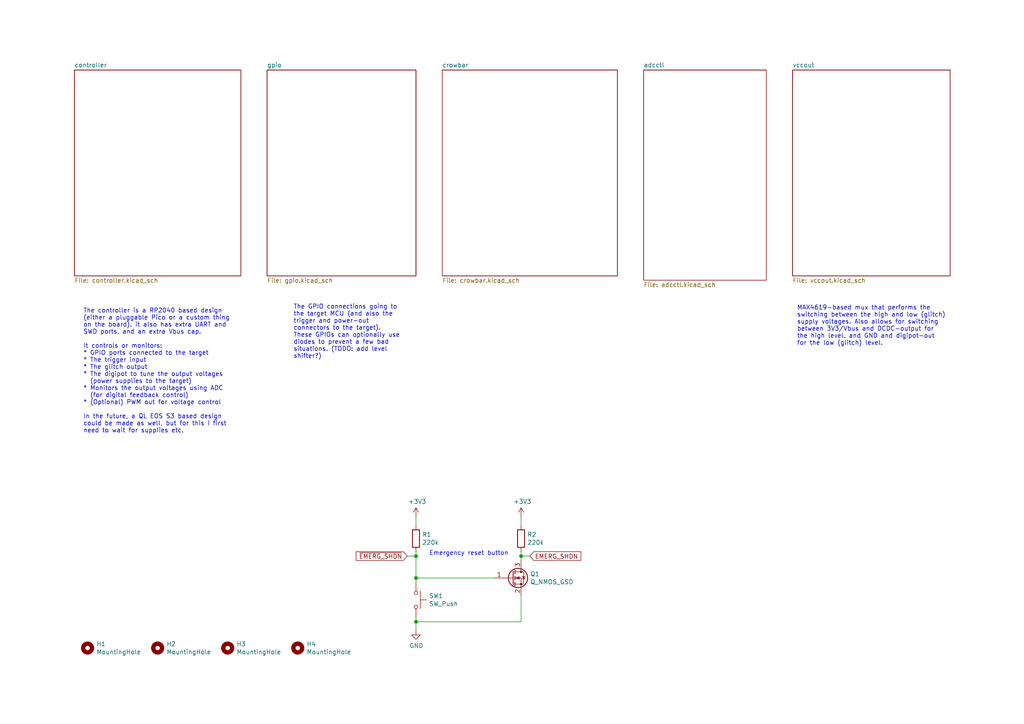
<source format=kicad_sch>
(kicad_sch (version 20211123) (generator eeschema)
  (paper "A4")
  (lib_symbols
    (symbol "Device:Q_NMOS_GSD" (pin_names (offset 0) hide)
      (property "Reference" "Q" (at 5.08 1.27 0))
      (property "Value" "Q_NMOS_GSD" (at 5.08 -1.27 0))
      (symbol "Q_NMOS_GSD_0_1"
        (polyline (pts (xy 0.254 0) (xy -2.54 0)))
        (polyline (pts (xy 0.254 1.905) (xy 0.254 -1.905)) (stroke (width 0.254)))
        (polyline (pts (xy 0.762 -1.27) (xy 0.762 -2.286)) (stroke (width 0.254)))
        (polyline (pts (xy 0.762 0.508) (xy 0.762 -0.508)) (stroke (width 0.254)))
        (polyline (pts (xy 0.762 2.286) (xy 0.762 1.27)) (stroke (width 0.254)))
        (polyline (pts (xy 2.54 2.54) (xy 2.54 1.778)))
        (polyline (pts (xy 2.54 -2.54) (xy 2.54 0) (xy 0.762 0)))
        (polyline (pts (xy 0.762 -1.778) (xy 3.302 -1.778) (xy 3.302 1.778) (xy 0.762 1.778)))
        (polyline (pts (xy 1.016 0) (xy 2.032 0.381) (xy 2.032 -0.381) (xy 1.016 0)) (fill (type outline)))
        (polyline (pts (xy 2.794 0.508) (xy 2.921 0.381) (xy 3.683 0.381) (xy 3.81 0.254)))
        (polyline (pts (xy 3.302 0.381) (xy 2.921 -0.254) (xy 3.683 -0.254) (xy 3.302 0.381)))
        (circle (center 1.651 0) (radius 2.794) (stroke (width 0.254)))
        (circle (center 2.54 -1.778) (radius 0.254) (fill (type outline)))
        (circle (center 2.54 1.778) (radius 0.254) (fill (type outline)))
      )
      (symbol "Q_NMOS_GSD_1_1"
        (pin input line (at -5.08 0 0) (length 2.54) (name "G") (number "1"))
        (pin passive line (at 2.54 -5.08 90) (length 2.54) (name "S") (number "2"))
        (pin passive line (at 2.54 5.08 270) (length 2.54) (name "D") (number "3"))
      )
    )
    (symbol "Device:R" (pin_numbers hide) (pin_names (offset 0))
      (property "Reference" "R" (at 2.032 0 90))
      (property "Value" "R" (at 0 0 90))
      (symbol "R_0_1"
        (rectangle (start -1.016 -2.54) (end 1.016 2.54) (stroke (width 0.254)))
      )
      (symbol "R_1_1"
        (pin passive line (at 0 3.81 270) (length 1.27) (name "~") (number "1"))
        (pin passive line (at 0 -3.81 90) (length 1.27) (name "~") (number "2"))
      )
    )
    (symbol "Mechanical:MountingHole" (pin_names (offset 1.016))
      (property "Reference" "H" (at 0 5.08 0))
      (property "Value" "MountingHole" (at 0 3.175 0))
      (symbol "MountingHole_0_1"
        (circle (center 0 0) (radius 1.27) (stroke (width 1.27)))
      )
    )
    (symbol "Switch:SW_Push" (pin_numbers hide) (pin_names (offset 1.016) hide)
      (property "Reference" "SW" (at 1.27 2.54 0))
      (property "Value" "SW_Push" (at 0 -1.524 0))
      (symbol "SW_Push_0_1"
        (circle (center -2.032 0) (radius 0.508))
        (polyline (pts (xy 0 1.27) (xy 0 3.048)))
        (polyline (pts (xy 2.54 1.27) (xy -2.54 1.27)))
        (circle (center 2.032 0) (radius 0.508))
        (pin passive line (at -5.08 0 0) (length 2.54) (name "1") (number "1"))
        (pin passive line (at 5.08 0 180) (length 2.54) (name "2") (number "2"))
      )
    )
    (symbol "power:+3V3" (power) (pin_names (offset 0))
      (property "Value" "+3V3" (at 0 3.556 0))
      (symbol "+3V3_0_1"
        (polyline (pts (xy -0.762 1.27) (xy 0 2.54)))
        (polyline (pts (xy 0 0) (xy 0 2.54)))
        (polyline (pts (xy 0 2.54) (xy 0.762 1.27)))
      )
      (symbol "+3V3_1_1"
        (pin power_in line (at 0 0 90) (length 0) hide (name "+3V3") (number "1"))
      )
    )
    (symbol "power:GND" (power) (pin_names (offset 0))
      (property "Value" "GND" (at 0 -3.81 0))
      (symbol "GND_0_1"
        (polyline (pts (xy 0 0) (xy 0 -1.27) (xy 1.27 -1.27) (xy 0 -2.54) (xy -1.27 -1.27) (xy 0 -1.27)))
      )
      (symbol "GND_1_1"
        (pin power_in line (at 0 0 270) (length 0) hide (name "GND") (number "1"))
      )
    )
  )
  (junction (at 120.65 161.29))
  (junction (at 120.65 167.64))
  (junction (at 151.13 161.29))
  (junction (at 120.65 180.34))
  (wire (pts (xy 151.13 161.29) (xy 151.13 162.56)))
  (wire (pts (xy 120.65 179.07) (xy 120.65 180.34)))
  (wire (pts (xy 118.11 161.29) (xy 120.65 161.29)))
  (wire (pts (xy 151.13 160.02) (xy 151.13 161.29)))
  (wire (pts (xy 120.65 168.91) (xy 120.65 167.64)))
  (wire (pts (xy 120.65 180.34) (xy 151.13 180.34)))
  (wire (pts (xy 120.65 149.86) (xy 120.65 152.4)))
  (wire (pts (xy 120.65 180.34) (xy 120.65 182.88)))
  (wire (pts (xy 120.65 161.29) (xy 120.65 167.64)))
  (wire (pts (xy 153.67 161.29) (xy 151.13 161.29)))
  (wire (pts (xy 120.65 167.64) (xy 143.51 167.64)))
  (wire (pts (xy 151.13 152.4) (xy 151.13 149.86)))
  (wire (pts (xy 151.13 180.34) (xy 151.13 172.72)))
  (wire (pts (xy 120.65 160.02) (xy 120.65 161.29)))
  (text "MAX4619-based mux that performs the\nswitching between the high and low (glitch)\nsupply voltages. Also allows for switching\nbetween 3V3/Vbus and DCDC-output for\nthe high level, and GND and digipot-out\nfor the low (glitch) level." (at 231.14 100.33 0) (effects (font (size 1.27 1.27)) (justify left bottom)))
  (text "The GPIO connections going to\nthe target MCU (and also the\ntrigger and power-out\nconnectors to the target).\nThese GPIOs can optionally use\ndiodes to prevent a few bad\nsituations. (TODO: add level\nshifter?)" (at 85.09 104.14 0) (effects (font (size 1.27 1.27)) (justify left bottom)))
  (text "Emergency reset button" (at 124.46 161.29 0) (effects (font (size 1.27 1.27)) (justify left bottom)))
  (text "The controller is a RP2040 based design\n(either a pluggable Pico or a custom thing\non the board). it also has extra UART and\nSWD ports, and an extra Vbus cap.\n\nIt controls or monitors:\n* GPIO ports connected to the target\n* The trigger input\n* The glitch output\n* The digipot to tune the output voltages\n  (power supplies to the target)\n* Monitors the output voltages using ADC\n  (for digital feedback control)\n* (Optional) PWM out for voltage control\n\nIn the future, a QL EOS S3 based design\ncould be made as well, but for this I first\nneed to wait for supplies etc." (at 24.13 125.73 0) (effects (font (size 1.27 1.27)) (justify left bottom)))
  (global_label "~{EMERG_SHDN}" (shape input) (at 118.11 161.29 180) (property "Intersheet References" "${INTERSHEET_REFS}" (effects hide)))
  (global_label "EMERG_SHDN" (shape input) (at 153.67 161.29 0) (property "Intersheet References" "${INTERSHEET_REFS}" (effects hide)))
  (symbol (lib_id "Mechanical:MountingHole") (at 25.4 187.96 0) (unit 1) (in_bom no)
    (property "Reference" "H1" (at 27.94 186.7916 0) (effects (justify left)))
    (property "Value" "MountingHole" (at 27.94 189.103 0) (effects (justify left)))
    (property "Footprint" "MountingHole:MountingHole_3.2mm_M3_Pad_Via" (effects hide))
  )
  (symbol (lib_id "Mechanical:MountingHole") (at 45.72 187.96 0) (unit 1) (in_bom no)
    (property "Reference" "H2" (at 48.26 186.7916 0) (effects (justify left)))
    (property "Value" "MountingHole" (at 48.26 189.103 0) (effects (justify left)))
    (property "Footprint" "MountingHole:MountingHole_3.2mm_M3_Pad_Via" (effects hide))
  )
  (symbol (lib_id "Mechanical:MountingHole") (at 66.04 187.96 0) (unit 1) (in_bom no)
    (property "Reference" "H3" (at 68.58 186.7916 0) (effects (justify left)))
    (property "Value" "MountingHole" (at 68.58 189.103 0) (effects (justify left)))
    (property "Footprint" "MountingHole:MountingHole_3.2mm_M3_Pad_Via" (effects hide))
  )
  (symbol (lib_id "Mechanical:MountingHole") (at 86.36 187.96 0) (unit 1) (in_bom no)
    (property "Reference" "H4" (at 88.9 186.7916 0) (effects (justify left)))
    (property "Value" "MountingHole" (at 88.9 189.103 0) (effects (justify left)))
    (property "Footprint" "MountingHole:MountingHole_3.2mm_M3_Pad_Via" (effects hide))
  )
  (symbol (lib_id "Switch:SW_Push") (at 120.65 173.99 270) (unit 1)
    (property "Reference" "SW1" (at 124.4092 172.8216 90) (effects (justify left)))
    (property "Value" "SW_Push" (at 124.4092 175.133 90) (effects (justify left)))
    (property "Footprint" "Button_Switch_THT:SW_PUSH_6mm" (effects hide))
  )
  (symbol (lib_id "power:GND") (at 120.65 182.88 0) (unit 1)
    (property "Reference" "#PWR0101" (effects hide))
    (property "Value" "GND" (at 120.777 187.2742 0))
  )
  (symbol (lib_id "Device:Q_NMOS_GSD") (at 148.59 167.64 0) (unit 1)
    (property "Reference" "Q1" (at 153.7716 166.4716 0) (effects (justify left)))
    (property "Value" "Q_NMOS_GSD" (at 153.7716 168.783 0) (effects (justify left)))
    (property "Footprint" "Package_TO_SOT_SMD:SOT-23" (effects hide))
  )
  (symbol (lib_id "Device:R") (at 151.13 156.21 0) (unit 1)
    (property "Reference" "R2" (at 152.908 155.0416 0) (effects (justify left)))
    (property "Value" "220k" (at 152.908 157.353 0) (effects (justify left)))
    (property "Footprint" "Resistor_SMD:R_0805_2012Metric_Pad1.20x1.40mm_HandSolder" (effects hide))
  )
  (symbol (lib_id "power:+3V3") (at 151.13 149.86 0) (unit 1)
    (property "Reference" "#PWR0128" (effects hide))
    (property "Value" "+3V3" (at 151.511 145.4658 0))
  )
  (symbol (lib_id "Device:R") (at 120.65 156.21 0) (unit 1)
    (property "Reference" "R1" (at 122.428 155.0416 0) (effects (justify left)))
    (property "Value" "220k" (at 122.428 157.353 0) (effects (justify left)))
    (property "Footprint" "Resistor_SMD:R_0805_2012Metric_Pad1.20x1.40mm_HandSolder" (effects hide))
  )
  (symbol (lib_id "power:+3V3") (at 120.65 149.86 0) (unit 1)
    (property "Reference" "#PWR0153" (effects hide))
    (property "Value" "+3V3" (at 121.031 145.4658 0))
  )
  (sheet (at 21.59 20.32) (size 48.26 59.69)
    (property "Sheet name" "controller" (at 21.59 19.6084 0) (effects (justify left bottom)))
    (property "Sheet file" "controller.kicad_sch" (at 21.59 80.5946 0) (effects (justify left top)))
  )
  (sheet (at 77.47 20.32) (size 43.18 59.69)
    (property "Sheet name" "gpio" (at 77.47 19.6084 0) (effects (justify left bottom)))
    (property "Sheet file" "gpio.kicad_sch" (at 77.47 80.5946 0) (effects (justify left top)))
  )
  (sheet (at 229.87 20.32) (size 45.72 59.69)
    (property "Sheet name" "vccout" (at 229.87 19.6084 0) (effects (justify left bottom)))
    (property "Sheet file" "vccout.kicad_sch" (at 229.87 80.5946 0) (effects (justify left top)))
  )
  (sheet (at 128.27 20.32) (size 50.8 59.69) (stroke (width 0.1524))
    (property "Sheet name" "crowbar" (at 128.27 19.6084 0) (effects (justify left bottom)))
    (property "Sheet file" "crowbar.kicad_sch" (at 128.27 80.5946 0) (effects (justify left top)))
  )
  (sheet (at 186.69 20.32) (size 35.56 60.96) (stroke (width 0.1524))
    (property "Sheet name" "adcctl" (at 186.69 19.6084 0) (effects (justify left bottom)))
    (property "Sheet file" "adcctl.kicad_sch" (at 186.69 81.8646 0) (effects (justify left top)))
  )
)
</source>
